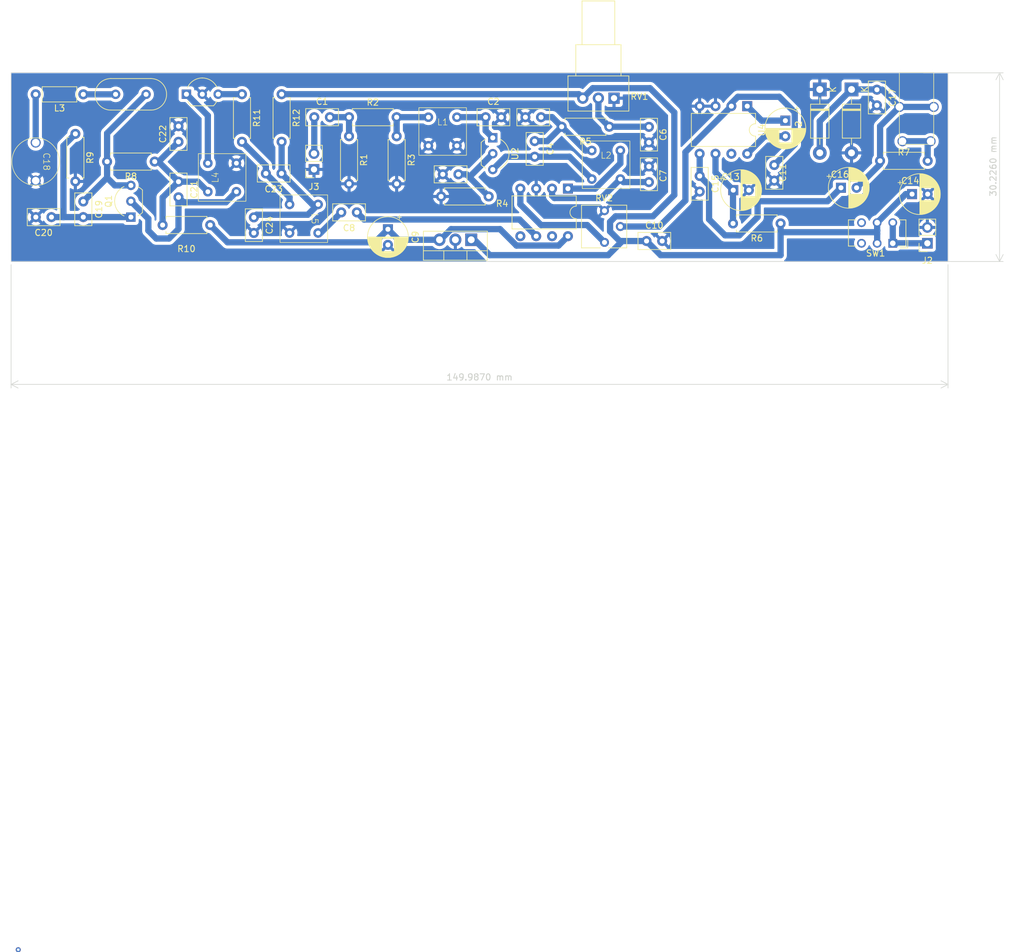
<source format=kicad_pcb>
(kicad_pcb (version 20221018) (generator pcbnew)
  (layers (0 "F.Cu" signal) (31 "B.Cu" signal) (34 "B.Paste" user) (35 "F.Paste" user) (36 "B.SilkS" user "B.Silkscreen") (37 "F.SilkS" user "F.Silkscreen") (38 "B.Mask" user) (39 "F.Mask" user) (44 "Edge.Cuts" user))
  (net 0 "")
  (net 1 "Net-(C1-Pad2)")
  (net 2 "Net-(U2-G)")
  (net 3 "GND")
  (net 4 "Net-(U2-S)")
  (net 5 "Net-(C4-Pad1)")
  (net 6 "Net-(U2-D)")
  (net 7 "Net-(C6-Pad1)")
  (net 8 "Net-(U1-IN_B)")
  (net 9 "Net-(U1-OSC_B)")
  (net 10 "Lo.")
  (net 11 "5v")
  (net 12 "Net-(U4--)")
  (net 13 "Net-(C12-Pad1)")
  (net 14 "Net-(C12-Pad2)")
  (net 15 "Net-(U4-V+)")
  (net 16 "9v")
  (net 17 "Net-(C15-Pad1)")
  (net 18 "Net-(D1-A)")
  (net 19 "Net-(C18-Pad1)")
  (net 20 "Net-(Q1-B)")
  (net 21 "Net-(Q1-E)")
  (net 22 "Net-(C21-Pad1)")
  (net 23 "Net-(Q1-C)")
  (net 24 "Net-(C23-Pad1)")
  (net 25 "Net-(C23-Pad2)")
  (net 26 "Net-(J1-Pad2)")
  (net 27 "Net-(L1-Pad2)")
  (net 28 "Net-(U1-IN_A)")
  (net 29 "Net-(L3-Pad1)")
  (net 30 "Net-(U5-G)")
  (net 31 "Net-(U5-D)")
  (net 32 "AF")
  (net 36 "Net-(J2-Pin_1)")
  (net 37 "Net-(J3-Pin_2)")
  (footprint "Capacitor_THT:C_Disc_D5.0mm_W2.5mm_P2.50mm" (layer "F.Cu") (at 133.096 51.542 90)
    (fp_text reference "C7" (at 0.996 2.286 90) (layer "F.SilkS"))
    (fp_text value "0.001u")
    (pad "1" thru_hole circle (at 0 0 90) (size 1.6 1.6) (drill 0.8) (layers "*.Cu" "*.Mask") (net 8 "Net-(U1-IN_B)"))
    (pad "2" thru_hole circle (at 2.5 0 90) (size 1.6 1.6) (drill 0.8) (layers "*.Cu" "*.Mask") (net 3 "GND"))
  )
  (footprint "Capacitor_THT:C_Disc_D5.0mm_W2.5mm_P2.50mm" (layer "F.Cu") (at 79.522 41.148)
    (fp_text reference "C1" (at 1.25 -2.5) (layer "F.SilkS"))
    (fp_text value "0.001u")
    (pad "1" thru_hole circle (at 0 0) (size 1.6 1.6) (drill 0.8) (layers "*.Cu" "*.Mask") (net 37 "Net-(J3-Pin_2)"))
    (pad "2" thru_hole circle (at 2.5 0) (size 1.6 1.6) (drill 0.8) (layers "*.Cu" "*.Mask") (net 1 "Net-(C1-Pad2)"))
  )
  (footprint "Library:FCZ" (layer "F.Cu") (at 63.5 50.8 90)
    (fp_text reference "L4" (at 0 0.175 90 unlocked) (layer "F.SilkS") (effects (font (thickness 0.1))))
    (fp_text value "07S50")
    (pad "1" thru_hole circle (at -2.286 3.556 90) (size 1.524 1.524) (drill 0.762) (layers "*.Cu" "*.Mask") (net 23 "Net-(Q1-C)"))
    (pad "2" thru_hole circle (at -2.286 -1.016 90) (size 1.524 1.524) (drill 0.762) (layers "*.Cu" "*.Mask") (net 22 "Net-(C21-Pad1)"))
    (pad "3" thru_hole circle (at 2.286 3.556 90) (size 1.524 1.524) (drill 0.762) (layers "*.Cu" "*.Mask") (net 3 "GND"))
    (pad "4" thru_hole circle (at 2.286 -1.016 90) (size 1.524 1.524) (drill 0.762) (layers "*.Cu" "*.Mask") (net 30 "Net-(U5-G)"))
  )
  (footprint "Library:FCZ" (layer "F.Cu") (at 79.121 57.404 -90)
    (fp_text reference "L5" (at 0 -0.484 -90 unlocked) (layer "F.SilkS") (effects (font (thickness 0.1))))
    (fp_text value "07S144")
    (pad "1" thru_hole circle (at -2.286 3.556 270) (size 1.524 1.524) (drill 0.762) (layers "*.Cu" "*.Mask") (net 25 "Net-(C23-Pad2)"))
    (pad "2" thru_hole circle (at -2.286 -1.016 270) (size 1.524 1.524) (drill 0.762) (layers "*.Cu" "*.Mask") (net 24 "Net-(C23-Pad1)"))
    (pad "3" thru_hole circle (at 2.286 3.556 270) (size 1.524 1.524) (drill 0.762) (layers "*.Cu" "*.Mask") (net 3 "GND"))
    (pad "4" thru_hole circle (at 2.286 -1.016 270) (size 1.524 1.524) (drill 0.762) (layers "*.Cu" "*.Mask") (net 10 "Lo."))
  )
  (footprint "Library:FCZ" (layer "F.Cu") (at 126.238 47.498)
    (fp_text reference "L2" (at 0 -0.23 unlocked) (layer "F.SilkS") (effects (font (thickness 0.1))))
    (fp_text value "07S144")
    (pad "1" thru_hole circle (at -2.286 3.556) (size 1.524 1.524) (drill 0.762) (layers "*.Cu" "*.Mask") (net 6 "Net-(U2-D)"))
    (pad "2" thru_hole circle (at -2.286 -1.016) (size 1.524 1.524) (drill 0.762) (layers "*.Cu" "*.Mask") (net 5 "Net-(C4-Pad1)"))
    (pad "3" thru_hole circle (at 2.286 3.556) (size 1.524 1.524) (drill 0.762) (layers "*.Cu" "*.Mask") (net 8 "Net-(U1-IN_B)"))
    (pad "4" thru_hole circle (at 2.286 -1.016) (size 1.524 1.524) (drill 0.762) (layers "*.Cu" "*.Mask") (net 28 "Net-(U1-IN_A)"))
  )
  (footprint "Diode_THT:D_DO-41_SOD81_P10.16mm_Horizontal" (layer "F.Cu") (at 160.448621 36.703 -90)
    (fp_text reference "D1" hide)
    (fp_text value "1S1588")
    (fp_text user "K" (at 0 -2.1 -270) (layer "F.SilkS"))
    (pad "1" thru_hole rect (at 0 0 270) (size 2.2 2.2) (drill 1.1) (layers "*.Cu" "*.Mask") (net 3 "GND"))
    (pad "2" thru_hole oval (at 10.16 0 270) (size 2.2 2.2) (drill 1.1) (layers "*.Cu" "*.Mask") (net 18 "Net-(D1-A)"))
  )
  (footprint "Resistor_THT:R_Axial_DIN0207_L6.3mm_D2.5mm_P7.62mm_Horizontal" (layer "F.Cu") (at 170.100621 48.133)
    (fp_text reference "R7" (at 3.81 -1.37) (layer "F.SilkS"))
    (fp_text value "R")
    (pad "1" thru_hole circle (at 0 0) (size 1.6 1.6) (drill 0.8) (layers "*.Cu" "*.Mask") (net 18 "Net-(D1-A)"))
    (pad "2" thru_hole oval (at 7.62 0) (size 1.6 1.6) (drill 0.8) (layers "*.Cu" "*.Mask") (net 26 "Net-(J1-Pad2)"))
  )
  (footprint "Resistor_THT:R_Axial_DIN0207_L6.3mm_D2.5mm_P7.62mm_Horizontal" (layer "F.Cu") (at 126.746 42.672 180)
    (fp_text reference "R5" (at 3.81 -2.37) (layer "F.SilkS"))
    (fp_text value "100")
    (pad "1" thru_hole circle (at 0 0 180) (size 1.6 1.6) (drill 0.8) (layers "*.Cu" "*.Mask") (net 7 "Net-(C6-Pad1)"))
    (pad "2" thru_hole oval (at 7.62 0 180) (size 1.6 1.6) (drill 0.8) (layers "*.Cu" "*.Mask") (net 5 "Net-(C4-Pad1)"))
  )
  (footprint "Resistor_THT:R_Axial_DIN0207_L6.3mm_D2.5mm_P7.62mm_Horizontal" (layer "F.Cu") (at 62.865 58.42 180)
    (fp_text reference "R10" (at 3.81 -3.81) (layer "F.SilkS"))
    (fp_text value "100")
    (pad "1" thru_hole circle (at 0 0 180) (size 1.6 1.6) (drill 0.8) (layers "*.Cu" "*.Mask") (net 11 "5v"))
    (pad "2" thru_hole oval (at 7.62 0 180) (size 1.6 1.6) (drill 0.8) (layers "*.Cu" "*.Mask") (net 22 "Net-(C21-Pad1)"))
  )
  (footprint "Potentiometer_THT:Potentiometer_Alps_RK09Y11_Single_Horizontal" (layer "F.Cu") (at 127.508 38.1 -90)
    (fp_text reference "RV1" (at -0.254 -4.064 -180) (layer "F.SilkS"))
    (fp_text value "5k")
    (pad "1" thru_hole rect (at 0 0 90) (size 1.8 1.8) (drill 1) (layers "*.Cu" "*.Mask") (net 3 "GND"))
    (pad "2" thru_hole circle (at 0 2.5 90) (size 1.8 1.8) (drill 1) (layers "*.Cu" "*.Mask") (net 7 "Net-(C6-Pad1)"))
    (pad "3" thru_hole circle (at 0 5 90) (size 1.8 1.8) (drill 1) (layers "*.Cu" "*.Mask") (net 16 "9v"))
  )
  (footprint "Library:FCZ" (layer "F.Cu") (at 100.076 42.164)
    (fp_text reference "L1" (at 0 -0.23 unlocked) (layer "F.SilkS") (effects (font (thickness 0.1))))
    (fp_text value "07S144")
    (pad "1" thru_hole circle (at -2.286 3.556) (size 1.524 1.524) (drill 0.762) (layers "*.Cu" "*.Mask") (net 3 "GND"))
    (pad "2" thru_hole circle (at -2.286 -1.016) (size 1.524 1.524) (drill 0.762) (layers "*.Cu" "*.Mask") (net 27 "Net-(L1-Pad2)"))
    (pad "3" thru_hole circle (at 2.286 3.556) (size 1.524 1.524) (drill 0.762) (layers "*.Cu" "*.Mask") (net 3 "GND"))
    (pad "4" thru_hole circle (at 2.286 -1.016) (size 1.524 1.524) (drill 0.762) (layers "*.Cu" "*.Mask") (net 2 "Net-(U2-G)"))
  )
  (footprint "Connector_PinSocket_2.54mm:PinSocket_1x02_P2.54mm_Vertical" (layer "F.Cu") (at 79.477 49.51 180)
    (fp_text reference "J3" (at 0 -2.77) (layer "F.SilkS"))
    (fp_text value "Conn_01x02_Socket" hide)
    (pad "1" thru_hole rect (at 0 0 180) (size 1.7 1.7) (drill 1) (layers "*.Cu" "*.Mask") (net 3 "GND"))
    (pad "2" thru_hole oval (at 0 2.54 180) (size 1.7 1.7) (drill 1) (layers "*.Cu" "*.Mask") (net 37 "Net-(J3-Pin_2)"))
  )
  (footprint "Capacitor_THT:CP_Radial_D6.3mm_P2.50mm" (layer "F.Cu") (at 91.313 59.095 -90)
    (fp_text reference "C9" (at 1.25 -4.4 -90) (layer "F.SilkS"))
    (fp_text value "47u")
    (pad "1" thru_hole rect (at 0 0 270) (size 1.6 1.6) (drill 0.8) (layers "*.Cu" "*.Mask") (net 11 "5v"))
    (pad "2" thru_hole circle (at 2.5 0 270) (size 1.6 1.6) (drill 0.8) (layers "*.Cu" "*.Mask") (net 3 "GND"))
  )
  (footprint "Package_TO_SOT_THT:TO-92_Inline_Wide" (layer "F.Cu") (at 59.055 37.465)
    (fp_text reference "U5" hide)
    (fp_text value "2SK439")
    (pad "1" thru_hole rect (at 0 0) (size 1.5 1.5) (drill 0.8) (layers "*.Cu" "*.Mask") (net 30 "Net-(U5-G)"))
    (pad "2" thru_hole circle (at 2.54 0) (size 1.5 1.5) (drill 0.8) (layers "*.Cu" "*.Mask") (net 3 "GND"))
    (pad "3" thru_hole circle (at 5.08 0) (size 1.5 1.5) (drill 0.8) (layers "*.Cu" "*.Mask") (net 31 "Net-(U5-D)"))
  )
  (footprint "Resistor_THT:R_Axial_DIN0207_L6.3mm_D2.5mm_P7.62mm_Horizontal" (layer "F.Cu") (at 67.945 37.465 -90)
    (fp_text reference "R11" (at 3.81 -2.37 90) (layer "F.SilkS"))
    (fp_text value "100")
    (pad "1" thru_hole circle (at 0 0 270) (size 1.6 1.6) (drill 0.8) (layers "*.Cu" "*.Mask") (net 31 "Net-(U5-D)"))
    (pad "2" thru_hole oval (at 7.62 0 270) (size 1.6 1.6) (drill 0.8) (layers "*.Cu" "*.Mask") (net 25 "Net-(C23-Pad2)"))
  )
  (footprint "Package_TO_SOT_THT:TO-92_Inline_Wide" (layer "F.Cu") (at 108.098 44.45 -90)
    (fp_text reference "U2" (at 2.54 -3.56 -90) (layer "F.SilkS"))
    (fp_text value "2SK439")
    (pad "1" thru_hole rect (at 0 0 270) (size 1.5 1.5) (drill 0.8) (layers "*.Cu" "*.Mask") (net 2 "Net-(U2-G)"))
    (pad "2" thru_hole circle (at 2.54 0 270) (size 1.5 1.5) (drill 0.8) (layers "*.Cu" "*.Mask") (net 4 "Net-(U2-S)"))
    (pad "3" thru_hole circle (at 5.08 0 270) (size 1.5 1.5) (drill 0.8) (layers "*.Cu" "*.Mask") (net 6 "Net-(U2-D)"))
  )
  (footprint "Resistor_THT:R_Axial_DIN0207_L6.3mm_D2.5mm_P7.62mm_Horizontal" (layer "F.Cu") (at 92.71 44.196 -90)
    (fp_text reference "R3" (at 3.81 -2.37 90) (layer "F.SilkS"))
    (fp_text value "300")
    (pad "1" thru_hole circle (at 0 0 270) (size 1.6 1.6) (drill 0.8) (layers "*.Cu" "*.Mask") (net 27 "Net-(L1-Pad2)"))
    (pad "2" thru_hole oval (at 7.62 0 270) (size 1.6 1.6) (drill 0.8) (layers "*.Cu" "*.Mask") (net 3 "GND"))
  )
  (footprint "Capacitor_THT:C_Disc_D5.0mm_W2.5mm_P2.50mm" (layer "F.Cu") (at 133.096 42.692 -90)
    (fp_text reference "C6" (at 1.25 -2.286 90) (layer "F.SilkS"))
    (fp_text value "0.001u")
    (pad "1" thru_hole circle (at 0 0 270) (size 1.6 1.6) (drill 0.8) (layers "*.Cu" "*.Mask") (net 7 "Net-(C6-Pad1)"))
    (pad "2" thru_hole circle (at 2.5 0 270) (size 1.6 1.6) (drill 0.8) (layers "*.Cu" "*.Mask") (net 3 "GND"))
  )
  (footprint "Capacitor_THT:CP_Radial_D6.3mm_P2.50mm" (layer "F.Cu") (at 154.94 41.696 -90)
    (fp_text reference "C12" (at 1.49 -2.131 90) (layer "F.SilkS"))
    (fp_text value "10u")
    (pad "1" thru_hole rect (at 0 0 270) (size 1.6 1.6) (drill 0.8) (layers "*.Cu" "*.Mask") (net 13 "Net-(C12-Pad1)"))
    (pad "2" thru_hole circle (at 2.5 0 270) (size 1.6 1.6) (drill 0.8) (layers "*.Cu" "*.Mask") (net 14 "Net-(C12-Pad2)"))
  )
  (footprint "Capacitor_THT:CP_Radial_D6.3mm_P2.50mm" (layer "F.Cu") (at 146.598 52.832)
    (fp_text reference "C13" (at -0.421 -2.131) (layer "F.SilkS"))
    (fp_text value "100u")
    (pad "1" thru_hole rect (at 0 0) (size 1.6 1.6) (drill 0.8) (layers "*.Cu" "*.Mask") (net 15 "Net-(U4-V+)"))
    (pad "2" thru_hole circle (at 2.5 0) (size 1.6 1.6) (drill 0.8) (layers "*.Cu" "*.Mask") (net 3 "GND"))
  )
  (footprint "Resistor_THT:R_Axial_DIN0207_L6.3mm_D2.5mm_P7.62mm_Horizontal" (layer "F.Cu") (at 74.295 37.465 -90)
    (fp_text reference "R12" (at 3.81 -2.37 90) (layer "F.SilkS"))
    (fp_text value "100")
    (pad "1" thru_hole circle (at 0 0 270) (size 1.6 1.6) (drill 0.8) (layers "*.Cu" "*.Mask") (net 16 "9v"))
    (pad "2" thru_hole oval (at 7.62 0 270) (size 1.6 1.6) (drill 0.8) (layers "*.Cu" "*.Mask") (net 24 "Net-(C23-Pad1)"))
  )
  (footprint "Inductor_THT:L_Axial_L5.3mm_D2.2mm_P7.62mm_Horizontal_Vishay_IM-1" (layer "F.Cu") (at 42.545 37.485 180)
    (fp_text reference "L3" (at 3.81 -2.22) (layer "F.SilkS"))
    (fp_text value "10uH")
    (pad "1" thru_hole circle (at 0 0 180) (size 1.6 1.6) (drill 0.8) (layers "*.Cu" "*.Mask") (net 29 "Net-(L3-Pad1)"))
    (pad "2" thru_hole oval (at 7.62 0 180) (size 1.6 1.6) (drill 0.8) (layers "*.Cu" "*.Mask") (net 19 "Net-(C18-Pad1)"))
  )
  (footprint "Capacitor_THT:CP_Radial_D6.3mm_P2.50mm" (layer "F.Cu") (at 175.220621 53.467)
    (fp_text reference "C14" (at -0.294 -2.131) (layer "F.SilkS"))
    (fp_text value "470u")
    (pad "1" thru_hole rect (at 0 0) (size 1.6 1.6) (drill 0.8) (layers "*.Cu" "*.Mask") (net 16 "9v"))
    (pad "2" thru_hole circle (at 2.5 0) (size 1.6 1.6) (drill 0.8) (layers "*.Cu" "*.Mask") (net 3 "GND"))
  )
  (footprint "Package_TO_SOT_THT:TO-92_Inline_Wide" (layer "F.Cu") (at 50.165 57.15 90)
    (fp_text reference "Q1" (at 2.54 -3.56 90) (layer "F.SilkS"))
    (fp_text value "2SC1906")
    (pad "1" thru_hole rect (at 0 0 90) (size 1.5 1.5) (drill 0.8) (layers "*.Cu" "*.Mask") (net 21 "Net-(Q1-E)"))
    (pad "2" thru_hole circle (at 2.54 0 90) (size 1.5 1.5) (drill 0.8) (layers "*.Cu" "*.Mask") (net 23 "Net-(Q1-C)"))
    (pad "3" thru_hole circle (at 5.08 0 90) (size 1.5 1.5) (drill 0.8) (layers "*.Cu" "*.Mask") (net 20 "Net-(Q1-B)"))
  )
  (footprint "Capacitor_THT:C_Disc_D5.0mm_W2.5mm_P2.50mm" (layer "F.Cu") (at 132.715 60.98)
    (fp_text reference "C10" (at 1.25 -2.5) (layer "F.SilkS"))
    (fp_text value "0.1u")
    (pad "1" thru_hole circle (at 0 0) (size 1.6 1.6) (drill 0.8) (layers "*.Cu" "*.Mask") (net 16 "9v"))
    (pad "2" thru_hole circle (at 2.5 0) (size 1.6 1.6) (drill 0.8) (layers "*.Cu" "*.Mask") (net 3 "GND"))
  )
  (footprint "Resistor_THT:R_Axial_DIN0207_L6.3mm_D2.5mm_P7.62mm_Horizontal" (layer "F.Cu") (at 85.09 44.196 -90)
    (fp_text reference "R1" (at 3.81 -2.37 90) (layer "F.SilkS"))
    (fp_text value "300")
    (pad "1" thru_hole circle (at 0 0 270) (size 1.6 1.6) (drill 0.8) (layers "*.Cu" "*.Mask") (net 1 "Net-(C1-Pad2)"))
    (pad "2" thru_hole oval (at 7.62 0 270) (size 1.6 1.6) (drill 0.8) (layers "*.Cu" "*.Mask") (net 3 "GND"))
  )
  (footprint "Library:2.5jack" (layer "F.Cu") (at 175.688621 39.751)
    (fp_text reference "J1" hide)
    (fp_text value "Jack-DC")
    (pad "1" thru_hole circle (at -2.5 -0.25) (size 1.6 1.6) (drill 1.2) (layers "*.Cu" "*.Mask") (net 18 "Net-(D1-A)"))
    (pad "1" thru_hole circle (at 3 -0.25) (size 1.6 1.6) (drill 1.2) (layers "*.Cu" "*.Mask") (net 18 "Net-(D1-A)"))
    (pad "2" thru_hole circle (at -2 5.25) (size 1.6 1.6) (drill 1.2) (layers "*.Cu" "*.Mask") (net 26 "Net-(J1-Pad2)"))
    (pad "2" thru_hole circle (at 2.5 5.25) (size 1.6 1.6) (drill 1.2) (layers "*.Cu" "*.Mask") (net 26 "Net-(J1-Pad2)"))
  )
  (footprint "Resistor_THT:R_Axial_DIN0207_L6.3mm_D2.5mm_P7.62mm_Horizontal" (layer "F.Cu") (at 85.09 41.148)
    (fp_text reference "R2" (at 3.81 -2.37) (layer "F.SilkS"))
    (fp_text value "18")
    (pad "1" thru_hole circle (at 0 0) (size 1.6 1.6) (drill 0.8) (layers "*.Cu" "*.Mask") (net 1 "Net-(C1-Pad2)"))
    (pad "2" thru_hole oval (at 7.62 0) (size 1.6 1.6) (drill 0.8) (layers "*.Cu" "*.Mask") (net 27 "Net-(L1-Pad2)"))
  )
  (footprint "Package_DIP:DIP-8_W7.62mm" (layer "F.Cu") (at 148.834 39.38 -90)
    (fp_text reference "U4" (at 3.81 -2.33 90) (layer "F.SilkS"))
    (fp_text value "LM386")
    (pad "1" thru_hole rect (at 0 0 270) (size 1.6 1.6) (drill 0.8) (layers "*.Cu" "*.Mask") (net 13 "Net-(C12-Pad1)"))
    (pad "2" thru_hole oval (at 0 2.54 270) (size 1.6 1.6) (drill 0.8) (layers "*.Cu" "*.Mask") (net 12 "Net-(U4--)"))
    (pad "3" thru_hole oval (at 0 5.08 270) (size 1.6 1.6) (drill 0.8) (layers "*.Cu" "*.Mask") (net 3 "GND"))
    (pad "4" thru_hole oval (at 0 7.62 270) (size 1.6 1.6) (drill 0.8) (layers "*.Cu" "*.Mask") (net 3 "GND"))
    (pad "5" thru_hole oval (at 7.62 7.62 270) (size 1.6 1.6) (drill 0.8) (layers "*.Cu" "*.Mask") (net 17 "Net-(C15-Pad1)"))
    (pad "6" thru_hole oval (at 7.62 5.08 270) (size 1.6 1.6) (drill 0.8) (layers "*.Cu" "*.Mask") (net 15 "Net-(U4-V+)"))
    (pad "7" thru_hole oval (at 7.62 2.54 270) (size 1.6 1.6) (drill 0.8) (layers "*.Cu" "*.Mask"))
    (pad "8" thru_hole oval (at 7.62 0 270) (size 1.6 1.6) (drill 0.8) (layers "*.Cu" "*.Mask") (net 14 "Net-(C12-Pad2)"))
  )
  (footprint "Capacitor_THT:C_Disc_D5.0mm_W2.5mm_P2.50mm" (layer "F.Cu") (at 153.162 48.808 -90)
    (fp_text reference "C11" (at 1.25 -1.37 90) (layer "F.SilkS"))
    (fp_text value "0.01u")
    (pad "1" thru_hole circle (at 0 0 270) (size 1.6 1.6) (drill 0.8) (layers "*.Cu" "*.Mask") (net 12 "Net-(U4--)"))
    (pad "2" thru_hole circle (at 2.5 0 270) (size 1.6 1.6) (drill 0.8) (layers "*.Cu" "*.Mask") (net 3 "GND"))
  )
  (footprint "Diode_THT:D_DO-41_SOD81_P10.16mm_Horizontal" (layer "F.Cu") (at 165.528621 36.703 -90)
    (fp_text reference "D2" hide)
    (fp_text value "1S1588")
    (fp_text user "K" (at 0 -2.1 -270) (layer "F.SilkS"))
    (pad "1" thru_hole rect (at 0 0 270) (size 2.2 2.2) (drill 1.1) (layers "*.Cu" "*.Mask") (net 18 "Net-(D1-A)"))
    (pad "2" thru_hole oval (at 10.16 0 270) (size 2.2 2.2) (drill 1.1) (layers "*.Cu" "*.Mask") (net 3 "GND"))
  )
  (footprint "Crystal:Crystal_HC49-4H_Vertical" (layer "F.Cu") (at 47.715 37.485)
    (fp_text reference "Y1" hide)
    (fp_text value "16MHz")
    (pad "1" thru_hole circle (at 0 0) (size 1.5 1.5) (drill 0.8) (layers "*.Cu" "*.Mask") (net 29 "Net-(L3-Pad1)"))
    (pad "2" thru_hole circle (at 4.88 0) (size 1.5 1.5) (drill 0.8) (layers "*.Cu" "*.Mask") (net 20 "Net-(Q1-B)"))
  )
  (footprint "Button_Switch_THT:SW_CuK_JS202011CQN_DPDT_Straight" (layer "F.Cu") (at 172.132621 61.341 180)
    (fp_text reference "SW1" (at 2.75 -1.6) (layer "F.SilkS"))
    (fp_text value "SW_SPST" hide)
    (pad "" thru_hole circle (at 5 0 180) (size 1.4 1.4) (drill 0.9) (layers "*.Cu" "*.Mask"))
    (pad "" thru_hole circle (at 5 3.3 180) (size 1.4 1.4) (drill 0.9) (layers "*.Cu" "*.Mask"))
    (pad "1" thru_hole rect (at 0 0 180) (size 1.4 1.4) (drill 0.9) (layers "*.Cu" "*.Mask") (net 36 "Net-(J2-Pin_1)"))
    (pad "1" thru_hole circle (at 0 3.3 180) (size 1.4 1.4) (drill 0.9) (layers "*.Cu" "*.Mask") (net 36 "Net-(J2-Pin_1)"))
    (pad "2" thru_hole circle (at 2.5 0 180) (size 1.4 1.4) (drill 0.9) (layers "*.Cu" "*.Mask") (net 16 "9v"))
    (pad "2" thru_hole circle (at 2.5 3.3 180) (size 1.4 1.4) (drill 0.9) (layers "*.Cu" "*.Mask") (net 16 "9v"))
  )
  (footprint "Resistor_THT:R_Axial_DIN0207_L6.3mm_D2.5mm_P7.62mm_Horizontal" (layer "F.Cu") (at 154.178 58.166 180)
    (fp_text reference "R6" (at 3.81 -2.37) (layer "F.SilkS"))
    (fp_text value "100" hide)
    (pad "1" thru_hole circle (at 0 0 180) (size 1.6 1.6) (drill 0.8) (layers "*.Cu" "*.Mask") (net 16 "9v"))
    (pad "2" thru_hole oval (at 7.62 0 180) (size 1.6 1.6) (drill 0.8) (layers "*.Cu" "*.Mask") (net 15 "Net-(U4-V+)"))
  )
  (footprint "Package_TO_SOT_THT:TO-220-3_Vertical" (layer "F.Cu") (at 104.648 60.777 180)
    (fp_text reference "U3" hide)
    (fp_text value "L7805")
    (pad "1" thru_hole rect (at 0 0 180) (size 1.905 2) (drill 1.1) (layers "*.Cu" "*.Mask") (net 16 "9v"))
    (pad "2" thru_hole oval (at 2.54 0 180) (size 1.905 2) (drill 1.1) (layers "*.Cu" "*.Mask") (net 3 "GND"))
    (pad "3" thru_hole oval (at 5.08 0 180) (size 1.905 2) (drill 1.1) (layers "*.Cu" "*.Mask") (net 11 "5v"))
  )
  (footprint "Capacitor_THT:C_Disc_D5.0mm_W2.5mm_P2.50mm" (layer "F.Cu") (at 102.596 50.292 180)
    (fp_text reference "C3" hide)
    (fp_text value "0.001u")
    (pad "1" thru_hole circle (at 0 0 180) (size 1.6 1.6) (drill 0.8) (layers "*.Cu" "*.Mask") (net 4 "Net-(U2-S)"))
    (pad "2" thru_hole circle (at 2.5 0 180) (size 1.6 1.6) (drill 0.8) (layers "*.Cu" "*.Mask") (net 3 "GND"))
  )
  (footprint "Capacitor_THT:C_Disc_D5.0mm_W2.5mm_P2.50mm" (layer "F.Cu") (at 57.785 51.475 -90)
    (fp_text reference "C21" (at 1.25 -2.5 90) (layer "F.SilkS"))
    (fp_text value "15u")
    (pad "1" thru_hole circle (at 0 0 270) (size 1.6 1.6) (drill 0.8) (layers "*.Cu" "*.Mask") (net 22 "Net-(C21-Pad1)"))
    (pad "2" thru_hole circle (at 2.5 0 270) (size 1.6 1.6) (drill 0.8) (layers "*.Cu" "*.Mask") (net 23 "Net-(Q1-C)"))
  )
  (footprint "Capacitor_THT:C_Disc_D5.0mm_W2.5mm_P2.50mm" (layer "F.Cu") (at 57.785 45.085 90)
    (fp_text reference "C22" (at 1.25 -2.5 90) (layer "F.SilkS"))
    (fp_text value "0.01u")
    (pad "1" thru_hole circle (at 0 0 90) (size 1.6 1.6) (drill 0.8) (layers "*.Cu" "*.Mask") (net 22 "Net-(C21-Pad1)"))
    (pad "2" thru_hole circle (at 2.5 0 90) (size 1.6 1.6) (drill 0.8) (layers "*.Cu" "*.Mask") (net 3 "GND"))
  )
  (footprint "Potentiometer_THT:Potentiometer_Vishay_T73YP_Vertical" (layer "F.Cu") (at 125.984 61.199)
    (fp_text reference "RV2" (at -0.06 -7.09) (layer "F.SilkS"))
    (fp_text value "10k")
    (pad "1" thru_hole circle (at 0 0) (size 1.44 1.44) (drill 0.8) (layers "*.Cu" "*.Mask") (net 32 "AF"))
    (pad "2" thru_hole circle (at 2.54 -2.54) (size 1.44 1.44) (drill 0.8) (layers "*.Cu" "*.Mask") (net 12 "Net-(U4--)"))
    (pad "3" thru_hole circle (at 0 -5.08) (size 1.44 1.44) (drill 0.8) (layers "*.Cu" "*.Mask") (net 3 "GND"))
  )
  (footprint "Capacitor_THT:C_Disc_D5.0mm_W2.5mm_P2.50mm" (layer "F.Cu") (at 113.324 41.148)
    (fp_text reference "C5" hide)
    (fp_text value "0.001u")
    (pad "1" thru_hole circle (at 0 0) (size 1.6 1.6) (drill 0.8) (layers "*.Cu" "*.Mask") (net 3 "GND"))
    (pad "2" thru_hole circle (at 2.5 0) (size 1.6 1.6) (drill 0.8) (layers "*.Cu" "*.Mask") (net 5 "Net-(C4-Pad1)"))
  )
  (footprint "Capacitor_THT:C_Disc_D5.0mm_W2.5mm_P2.50mm" (layer "F.Cu") (at 42.545 54.65 -90)
    (fp_text reference "C19" (at 1.25 -2.5 90) (layer "F.SilkS"))
    (fp_text value "100u")
    (pad "1" thru_hole circle (at 0 0 270) (size 1.6 1.6) (drill 0.8) (layers "*.Cu" "*.Mask") (net 20 "Net-(Q1-B)"))
    (pad "2" thru_hole circle (at 2.5 0 270) (size 1.6 1.6) (drill 0.8) (layers "*.Cu" "*.Mask") (net 21 "Net-(Q1-E)"))
  )
  (footprint "Capacitor_THT:C_Disc_D5.0mm_W2.5mm_P2.50mm" (layer "F.Cu") (at 114.808 44.978 -90)
    (fp_text reference "C4" (at 1.25 -2.5 -270) (layer "F.SilkS"))
    (fp_text value "5")
    (pad "1" thru_hole circle (at 0 0 270) (size 1.6 1.6) (drill 0.8) (layers "*.Cu" "*.Mask") (net 5 "Net-(C4-Pad1)"))
    (pad "2" thru_hole circle (at 2.5 0 270) (size 1.6 1.6) (drill 0.8) (layers "*.Cu" "*.Mask") (net 6 "Net-(U2-D)"))
  )
  (footprint "Connector_PinSocket_2.54mm:PinSocket_1x02_P2.54mm_Vertical" (layer "F.Cu") (at 177.673 61.341 180)
    (fp_text reference "J2" (at 0 -2.77) (layer "F.SilkS"))
    (fp_text value "Conn_01x02_Socket" hide)
    (pad "1" thru_hole rect (at 0 0 180) (size 1.7 1.7) (drill 1) (layers "*.Cu" "*.Mask") (net 36 "Net-(J2-Pin_1)"))
    (pad "2" thru_hole oval (at 0 2.54 180) (size 1.7 1.7) (drill 1) (layers "*.Cu" "*.Mask") (net 3 "GND"))
  )
  (footprint "Capacitor_THT:C_Disc_D5.0mm_W2.5mm_P2.50mm" (layer "F.Cu") (at 106.954 41.148)
    (fp_text reference "C2" (at 1.25 -2.5) (layer "F.SilkS"))
    (fp_text value "3u")
    (pad "1" thru_hole circle (at 0 0) (size 1.6 1.6) (drill 0.8) (layers "*.Cu" "*.Mask") (net 2 "Net-(U2-G)"))
    (pad "2" thru_hole circle (at 2.5 0) (size 1.6 1.6) (drill 0.8) (layers "*.Cu" "*.Mask") (net 3 "GND"))
  )
  (footprint "Capacitor_THT:CP_Radial_D6.3mm_P2.50mm" (layer "F.Cu") (at 163.838242 52.451)
    (fp_text reference "C16" (at -0.167 -2.131) (layer "F.SilkS"))
    (fp_text value "100u")
    (pad "1" thru_hole rect (at 0 0) (size 1.6 1.6) (drill 0.8) (layers "*.Cu" "*.Mask") (net 17 "Net-(C15-Pad1)"))
    (pad "2" thru_hole circle (at 2.5 0) (size 1.6 1.6) (drill 0.8) (layers "*.Cu" "*.Mask") (net 18 "Net-(D1-A)"))
  )
  (footprint "Capacitor_THT:C_Disc_D5.0mm_W2.5mm_P2.50mm" (layer "F.Cu") (at 74.275 50.165 180)
    (fp_text reference "C23" (at 1.25 -2.5) (layer "F.SilkS"))
    (fp_text value "5u")
    (pad "1" thru_hole circle (at 0 0 180) (size 1.6 1.6) (drill 0.8) (layers "*.Cu" "*.Mask") (net 24 "Net-(C23-Pad1)"))
    (pad "2" thru_hole circle (at 2.5 0 180) (size 1.6 1.6) (drill 0.8) (layers "*.Cu" "*.Mask") (net 25 "Net-(C23-Pad2)"))
  )
  (footprint "Resistor_THT:R_Axial_DIN0207_L6.3mm_D2.5mm_P7.62mm_Horizontal" (layer "F.Cu") (at 41.275 43.815 -90)
    (fp_text reference "R9" (at 3.81 -2.37 90) (layer "F.SilkS"))
    (fp_text value "1k")
    (pad "1" thru_hole circle (at 0 0 270) (size 1.6 1.6) (drill 0.8) (layers "*.Cu" "*.Mask") (net 21 "Net-(Q1-E)"))
    (pad "2" thru_hole oval (at 7.62 0 270) (size 1.6 1.6) (drill 0.8) (layers "*.Cu" "*.Mask") (net 3 "GND"))
  )
  (footprint "Package_DIP:DIP-8_W7.62mm" (layer "F.Cu") (at 120.132 52.588 -90)
    (fp_text reference "U1" hide)
    (fp_text value "NE612")
    (pad "1" thru_hole rect (at 0 0 270) (size 1.6 1.6) (drill 0.8) (layers "*.Cu" "*.Mask") (net 28 "Net-(U1-IN_A)"))
    (pad "2" thru_hole oval (at 0 2.54 270) (size 1.6 1.6) (drill 0.8) (layers "*.Cu" "*.Mask") (net 8 "Net-(U1-IN_B)"))
    (pad "3" thru_hole oval (at 0 5.08 270) (size 1.6 1.6) (drill 0.8) (layers "*.Cu" "*.Mask") (net 3 "GND"))
    (pad "4" thru_hole oval (at 0 7.62 270) (size 1.6 1.6) (drill 0.8) (layers "*.Cu" "*.Mask") (net 32 "AF"))
    (pad "5" thru_hole oval (at 7.62 7.62 270) (size 1.6 1.6) (drill 0.8) (layers "*.Cu" "*.Mask"))
    (pad "6" thru_hole oval (at 7.62 5.08 270) (size 1.6 1.6) (drill 0.8) (layers "*.Cu" "*.Mask") (net 9 "Net-(U1-OSC_B)"))
    (pad "7" thru_hole oval (at 7.62 2.54 270) (size 1.6 1.6) (drill 0.8) (layers "*.Cu" "*.Mask"))
    (pad "8" thru_hole oval (at 7.62 0 270) (size 1.6 1.6) (drill 0.8) (layers "*.Cu" "*.Mask") (net 11 "5v"))
  )
  (footprint "Resistor_THT:R_Axial_DIN0207_L6.3mm_D2.5mm_P7.62mm_Horizontal" (layer "F.Cu") (at 107.442 53.848 180)
    (fp_text reference "R4" (at -2.159 -1.143) (layer "F.SilkS"))
    (fp_text value "100")
    (pad "1" thru_hole circle (at 0 0 180) (size 1.6 1.6) (drill 0.8) (layers "*.Cu" "*.Mask") (net 4 "Net-(U2-S)"))
    (pad "2" thru_hole oval (at 7.62 0 180) (size 1.6 1.6) (drill 0.8) (layers "*.Cu" "*.Mask") (net 3 "GND"))
  )
  (footprint "Capacitor_THT:C_Disc_D5.0mm_W2.5mm_P2.50mm" (layer "F.Cu") (at 37.445 57.15 180)
    (fp_text reference "C20" (at 1.25 -2.5) (layer "F.SilkS"))
    (fp_text value "150u")
    (pad "1" thru_hole circle (at 0 0 180) (size 1.6 1.6) (drill 0.8) (layers "*.Cu" "*.Mask") (net 21 "Net-(Q1-E)"))
    (pad "2" thru_hole circle (at 2.5 0 180) (size 1.6 1.6) (drill 0.8) (layers "*.Cu" "*.Mask") (net 3 "GND"))
  )
  (footprint "Capacitor_THT:C_Disc_D5.0mm_W2.5mm_P2.50mm" (layer "F.Cu") (at 141.224 50.566 -90)
    (fp_text reference "C15" (at 1.25 -2.5 -270) (layer "F.SilkS"))
    (fp_text value "0.1u")
    (pad "1" thru_hole circle (at 0 0 270) (size 1.6 1.6) (drill 0.8) (layers "*.Cu" "*.Mask") (net 17 "Net-(C15-Pad1)"))
    (pad "2" thru_hole circle (at 2.5 0 270) (size 1.6 1.6) (drill 0.8) (layers "*.Cu" "*.Mask") (net 3 "GND"))
  )
  (footprint "Capacitor_THT:C_Disc_D5.0mm_W2.5mm_P2.50mm" (layer "F.Cu") (at 69.85 57.19 -90)
    (fp_text reference "C24" (at 1.25 -2.5 90) (layer "F.SilkS"))
    (fp_text value "0.001u")
    (pad "1" thru_hole circle (at 0 0 270) (size 1.6 1.6) (drill 0.8) (layers "*.Cu" "*.Mask") (net 24 "Net-(C23-Pad1)"))
    (pad "2" thru_hole circle (at 2.5 0 270) (size 1.6 1.6) (drill 0.8) (layers "*.Cu" "*.Mask") (net 3 "GND"))
  )
  (footprint "Capacitor_THT:C_Disc_D5.0mm_W2.5mm_P2.50mm" (layer "F.Cu") (at 169.592621 36.743 -90)
    (fp_text reference "C17" (at 1.25 -2.5 -270) (layer "F.SilkS"))
    (fp_text value "0.001u")
    (pad "1" thru_hole circle (at 0 0 270) (size 1.6 1.6) (drill 0.8) (layers "*.Cu" "*.Mask") (net 18 "Net-(D1-A)"))
    (pad "2" thru_hole circle (at 2.5 0 270) (size 1.6 1.6) (drill 0.8) (layers "*.Cu" "*.Mask") (net 3 "GND"))
  )
  (footprint "Capacitor_THT:C_Disc_D5.0mm_W2.5mm_P2.50mm" (layer "F.Cu") (at 86.34 56.388 180)
    (fp_text reference "C8" (at 1.25 -2.5) (layer "F.SilkS"))
    (fp_text value "0.001u")
    (pad "1" thru_hole circle (at 0 0 180) (size 1.6 1.6) (drill 0.8) (layers "*.Cu" "*.Mask") (net 9 "Net-(U1-OSC_B)"))
    (pad "2" thru_hole circle (at 2.5 0 180) (size 1.6 1.6) (drill 0.8) (layers "*.Cu" "*.Mask") (net 10 "Lo."))
  )
  (footprint "Library:c_trim" (layer "F.Cu") (at 34.925 48.26 -90)
    (fp_text reference "C18" (at 0 -1.73 -90 unlocked) (layer "F.SilkS") (effects (font (thickness 0.1))))
    (fp_text value "30p")
    (pad "1" thru_hole circle (at -3.048 0 270) (size 1.6 1.6) (drill 1.2) (layers "*.Cu" "*.Mask") (net 19 "Net-(C18-Pad1)"))
    (pad "2" thru_hole circle (at 3.048 0 270) (size 1.6 1.6) (drill 1.2) (layers "*.Cu" "*.Mask") (net 3 "GND"))
  )
  (footprint "Resistor_THT:R_Axial_DIN0207_L6.3mm_D2.5mm_P7.62mm_Horizontal" (layer "F.Cu") (at 53.975 48.26 180)
    (fp_text reference "R8" (at 3.81 -2.37) (layer "F.SilkS"))
    (fp_text value "100k")
    (pad "1" thru_hole circle (at 0 0 180) (size 1.6 1.6) (drill 0.8) (layers "*.Cu" "*.Mask") (net 22 "Net-(C21-Pad1)"))
    (pad "2" thru_hole oval (at 7.62 0 180) (size 1.6 1.6) (drill 0.8) (layers "*.Cu" "*.Mask") (net 20 "Net-(Q1-B)"))
  )
  (gr_rect (start 30.988 34.036) (end 180.975 64.262) (stroke (width 0.1)) (fill none) (layer "Edge.Cuts"))
  (dimension (type aligned) (layer "Edge.Cuts") (pts (xy 180.975 64.262) (xy 30.988 64.262)) (height -19.685) (gr_text "149.9870 mm" (at 105.9815 82.797) (layer "Edge.Cuts") (effects (font (size 1 1) (thickness 0.15)))) (format (prefix "") (suffix "") (units 3) (units_format 1) (precision 4)) (style (thickness 0.1) (arrow_length 1.27) (text_position_mode 0) (extension_height 0.58642) (extension_offset 0.5) keep_text_aligned))
  (dimension (type aligned) (layer "Edge.Cuts") (pts (xy 176.53 34.036) (xy 176.53 64.262)) (height -12.7) (gr_text "30.2260 mm" (at 188.214 49.022 90) (layer "Edge.Cuts") (effects (font (size 1 1) (thickness 0.15)))) (format (prefix "") (suffix "") (units 3) (units_format 1) (precision 4)) (style (thickness 0.1) (arrow_length 1.27) (text_position_mode 2) (extension_height 0.58642) (extension_offset 0.5) keep_text_aligned))
  (via (at 32.131 174.498) (size 0.8) (drill 0.4) (layers "F.Cu" "B.Cu") (net 0))
  (segment (start 82.022 41.148) (end 85.09 41.148) (width 1) (layer "B.Cu") (net 1))
  (segment (start 85.09 41.148) (end 85.09 44.196) (width 1) (layer "B.Cu") (net 1))
  (segment (start 106.954 43.306) (end 108.098 44.45) (width 1) (layer "B.Cu") (net 2))
  (segment (start 106.954 41.148) (end 106.954 43.306) (width 1) (layer "B.Cu") (net 2))
  (segment (start 102.362 41.148) (end 106.954 41.148) (width 1) (layer "B.Cu") (net 2))
  (segment (start 103.886 50.292) (end 104.394 50.8) (width 1) (layer "B.Cu") (net 4))
  (segment (start 104.394 50.694) (end 104.394 50.8) (width 1) (layer "B.Cu") (net 4))
  (segment (start 104.394 50.8) (end 107.442 53.848) (width 1) (layer "B.Cu") (net 4))
  (segment (start 108.098 46.99) (end 104.394 50.694) (width 1) (layer "B.Cu") (net 4))
  (segment (start 102.596 50.292) (end 103.886 50.292) (width 1) (layer "B.Cu") (net 4))
  (segment (start 115.824 41.148) (end 117.602 41.148) (width 1) (layer "B.Cu") (net 5))
  (segment (start 123.952 46.482) (end 122.936 46.482) (width 1) (layer "B.Cu") (net 5))
  (segment (start 117.602 41.148) (end 119.126 42.672) (width 1) (layer "B.Cu") (net 5))
  (segment (start 116.82 44.978) (end 119.126 42.672) (width 1) (layer "B.Cu") (net 5))
  (segment (start 114.808 44.978) (end 116.82 44.978) (width 1) (layer "B.Cu") (net 5))
  (segment (start 122.936 46.482) (end 119.126 42.672) (width 1) (layer "B.Cu") (net 5))
  (segment (start 110.15 47.478) (end 108.098 49.53) (width 1) (layer "B.Cu") (net 6))
  (segment (start 114.808 47.478) (end 110.15 47.478) (width 1) (layer "B.Cu") (net 6))
  (segment (start 123.952 51.054) (end 120.376 47.478) (width 1) (layer "B.Cu") (net 6))
  (segment (start 120.376 47.478) (end 114.808 47.478) (width 1) (layer "B.Cu") (net 6))
  (segment (start 125.008 38.1) (end 125.008 40.934) (width 1) (layer "B.Cu") (net 7))
  (segment (start 133.076 42.672) (end 133.096 42.692) (width 1) (layer "B.Cu") (net 7))
  (segment (start 125.008 40.934) (end 126.746 42.672) (width 1) (layer "B.Cu") (net 7))
  (segment (start 126.746 42.672) (end 133.076 42.672) (width 1) (layer "B.Cu") (net 7))
  (segment (start 129.012 51.542) (end 128.524 51.054) (width 1) (layer "B.Cu") (net 8))
  (segment (start 133.096 51.542) (end 129.012 51.542) (width 1) (layer "B.Cu") (net 8))
  (segment (start 117.592 52.588) (end 117.592 53.71937) (width 1) (layer "B.Cu") (net 8))
  (segment (start 125.49 54.088) (end 128.524 51.054) (width 1) (layer "B.Cu") (net 8))
  (segment (start 117.592 53.71937) (end 117.96063 54.088) (width 1) (layer "B.Cu") (net 8))
  (segment (start 117.96063 54.088) (end 125.49 54.088) (width 1) (layer "B.Cu") (net 8))
  (segment (start 112.375 57.531) (end 115.052 60.208) (width 1) (layer "B.Cu") (net 9))
  (segment (start 87.483 57.531) (end 112.375 57.531) (width 1) (layer "B.Cu") (net 9))
  (segment (start 86.34 56.388) (end 87.483 57.531) (width 1) (layer "B.Cu") (net 9))
  (segment (start 80.137 59.69) (end 80.538 59.69) (width 1) (layer "B.Cu") (net 10))
  (segment (start 80.538 59.69) (end 83.84 56.388) (width 1) (layer "B.Cu") (net 10))
  (segment (start 111.890679 61.708) (end 118.632 61.708) (width 1) (layer "B.Cu") (net 11))
  (segment (start 99.568 60.777) (end 99.723512 60.777) (width 1) (layer "B.Cu") (net 11))
  (segment (start 62.865 58.42) (end 65.635 61.19) (width 1) (layer "B.Cu") (net 11))
  (segment (start 109.259679 59.077) (end 111.890679 61.708) (width 1) (layer "B.Cu") (net 11))
  (segment (start 89.218 61.19) (end 91.313 59.095) (width 1) (layer "B.Cu") (net 11))
  (segment (start 99.723512 60.777) (end 101.423512 59.077) (width 1) (layer "B.Cu") (net 11))
  (segment (start 118.632 61.708) (end 120.132 60.208) (width 1) (layer "B.Cu") (net 11))
  (segment (start 65.635 61.19) (end 89.218 61.19) (width 1) (layer "B.Cu") (net 11))
  (segment (start 101.423512 59.077) (end 109.259679 59.077) (width 1) (layer "B.Cu") (net 11))
  (segment (start 99.568 60.777) (end 92.995 60.777) (width 1) (layer "B.Cu") (net 11))
  (segment (start 92.995 60.777) (end 91.313 59.095) (width 1) (layer "B.Cu") (net 11))
  (segment (start 153.162 48.808) (end 156.44 45.53) (width 1) (layer "B.Cu") (net 12))
  (segment (start 147.334 37.88) (end 146.294 38.92) (width 1) (layer "B.Cu") (net 12))
  (segment (start 153.958 37.88) (end 147.334 37.88) (width 1) (layer "B.Cu") (net 12))
  (segment (start 134.762 58.659) (end 138.938 54.483) (width 1) (layer "B.Cu") (net 12))
  (segment (start 138.938 46.736) (end 146.294 39.38) (width 1) (layer "B.Cu") (net 12))
  (segment (start 156.44 45.53) (end 156.44 40.362) (width 1) (layer "B.Cu") (net 12))
  (segment (start 138.938 54.483) (end 138.938 46.736) (width 1) (layer "B.Cu") (net 12))
  (segment (start 146.294 38.92) (end 146.294 39.38) (width 1) (layer "B.Cu") (net 12))
  (segment (start 156.44 40.362) (end 153.958 37.88) (width 1) (layer "B.Cu") (net 12))
  (segment (start 128.524 58.659) (end 134.762 58.659) (width 1) (layer "B.Cu") (net 12))
  (segment (start 151.15 41.696) (end 148.834 39.38) (width 1) (layer "B.Cu") (net 13))
  (segment (start 154.94 41.696) (end 151.15 41.696) (width 1) (layer "B.Cu") (net 13))
  (segment (start 154.94 44.196) (end 151.638 44.196) (width 1) (layer "B.Cu") (net 14))
  (segment (start 151.638 44.196) (end 148.834 47) (width 1) (layer "B.Cu") (net 14))
  (segment (start 143.754 47) (end 143.754 49.988) (width 1) (layer "B.Cu") (net 15))
  (segment (start 146.558 58.166) (end 146.558 52.872) (width 1) (layer "B.Cu") (net 15))
  (segment (start 146.558 52.872) (end 146.598 52.832) (width 1) (layer "B.Cu") (net 15))
  (segment (start 143.754 49.988) (end 146.598 52.832) (width 1) (layer "B.Cu") (net 15))
  (segment (start 126.570816 63.246) (end 128.836816 60.98) (width 1) (layer "B.Cu") (net 16))
  (segment (start 137.16 53.594) (end 133.731 57.023) (width 1) (layer "B.Cu") (net 16))
  (segment (start 124.108 36.5) (end 133.274 36.5) (width 1) (layer "B.Cu") (net 16))
  (segment (start 154.178 63.246) (end 154.178 58.166) (width 1) (layer "B.Cu") (net 16))
  (segment (start 154.31 59.568) (end 169.373621 59.568) (width 1) (layer "B.Cu") (net 16))
  (segment (start 133.274 36.5) (end 137.16 40.386) (width 1) (layer "B.Cu") (net 16))
  (segment (start 122.508 38.1) (end 124.108 36.5) (width 1) (layer "B.Cu") (net 16))
  (segment (start 169.632621 58.041) (end 174.206621 53.467) (width 1) (layer "B.Cu") (net 16))
  (segment (start 169.632621 59.309) (end 169.632621 58.041) (width 1) (layer "B.Cu") (net 16))
  (segment (start 126.873 57.912) (end 126.873 59.436) (width 1) (layer "B.Cu") (net 16))
  (segment (start 132.715 60.98) (end 134.981 63.246) (width 1) (layer "B.Cu") (net 16))
  (segment (start 126.873 59.436) (end 128.417 60.98) (width 1) (layer "B.Cu") (net 16))
  (segment (start 121.873 37.465) (end 122.508 38.1) (width 1) (layer "B.Cu") (net 16))
  (segment (start 107.625 63.246) (end 126.570816 63.246) (width 1) (layer "B.Cu") (net 16))
  (segment (start 105.156 60.777) (end 107.625 63.246) (width 1) (layer "B.Cu") (net 16))
  (segment (start 169.632621 61.341) (end 169.632621 59.817) (width 1) (layer "B.Cu") (net 16))
  (segment (start 169.632621 59.817) (end 169.632621 59.309) (width 1) (layer "B.Cu") (net 16))
  (segment (start 128.417 60.98) (end 128.836816 60.98) (width 1) (layer "B.Cu") (net 16))
  (segment (start 169.500621 59.441) (end 169.632621 59.309) (width 1) (layer "B.Cu") (net 16))
  (segment (start 134.981 63.246) (end 154.178 63.246) (width 1) (layer "B.Cu") (net 16))
  (segment (start 74.295 37.465) (end 121.873 37.465) (width 1) (layer "B.Cu") (net 16))
  (segment (start 133.731 57.023) (end 127.762 57.023) (width 1) (layer "B.Cu") (net 16))
  (segment (start 104.648 60.777) (end 105.156 60.777) (width 1) (layer "B.Cu") (net 16))
  (segment (start 169.373621 59.568) (end 169.632621 59.309) (width 1) (layer "B.Cu") (net 16))
  (segment (start 127.762 57.023) (end 126.873 57.912) (width 1) (layer "B.Cu") (net 16))
  (segment (start 174.206621 53.467) (end 175.220621 53.467) (width 1) (layer "B.Cu") (net 16))
  (segment (start 128.836816 60.98) (end 132.715 60.98) (width 1) (layer "B.Cu") (net 16))
  (segment (start 132.695 60.96) (end 132.715 60.98) (width 1) (layer "B.Cu") (net 16))
  (segment (start 137.16 40.386) (end 137.16 53.594) (width 1) (layer "B.Cu") (net 16))
  (segment (start 142.724 57.507) (end 145.288 60.071) (width 1) (layer "B.Cu") (net 17))
  (segment (start 142.724 52.066) (end 142.724 57.507) (width 1) (layer "B.Cu") (net 17))
  (segment (start 147.574 60.071) (end 150.495 57.15) (width 1) (layer "B.Cu") (net 17))
  (segment (start 161.679242 54.61) (end 163.838242 52.451) (width 1) (layer "B.Cu") (net 17))
  (segment (start 141.224 47.01) (end 141.214 47) (width 1) (layer "B.Cu") (net 17))
  (segment (start 141.224 50.566) (end 142.724 52.066) (width 1) (layer "B.Cu") (net 17))
  (segment (start 141.224 50.566) (end 141.224 47.01) (width 1) (layer "B.Cu") (net 17))
  (segment (start 145.288 60.071) (end 147.574 60.071) (width 1) (layer "B.Cu") (net 17))
  (segment (start 150.495 57.15) (end 150.495 54.61) (width 1) (layer "B.Cu") (net 17))
  (segment (start 150.495 54.61) (end 161.679242 54.61) (width 1) (layer "B.Cu") (net 17))
  (segment (start 165.528621 36.703) (end 169.552621 36.703) (width 1) (layer "B.Cu") (net 18))
  (segment (start 169.552621 36.703) (end 169.592621 36.743) (width 1) (layer "B.Cu") (net 18))
  (segment (start 160.448621 41.783) (end 165.528621 36.703) (width 1) (layer "B.Cu") (net 18))
  (segment (start 173.188621 39.501) (end 178.688621 39.501) (width 1) (layer "B.Cu") (net 18))
  (segment (start 170.100621 48.133) (end 170.100621 48.688621) (width 1) (layer "B.Cu") (net 18))
  (segment (start 160.448621 46.863) (end 160.448621 41.783) (width 1) (layer "B.Cu") (net 18))
  (segment (start 169.592621 36.743) (end 170.430621 36.743) (width 1) (layer "B.Cu") (net 18))
  (segment (start 170.430621 36.743) (end 173.188621 39.501) (width 1) (layer "B.Cu") (net 18))
  (segment (start 170.100621 48.688621) (end 166.338242 52.451) (width 1) (layer "B.Cu") (net 18))
  (segment (start 170.100621 48.133) (end 170.100621 42.589) (width 1) (layer "B.Cu") (net 18))
  (segment (start 170.100621 42.589) (end 173.188621 39.501) (width 1) (layer "B.Cu") (net 18))
  (segment (start 34.925 37.485) (end 34.925 45.212) (width 1) (layer "B.Cu") (net 19))
  (segment (start 46.355 48.26) (end 46.355 43.725) (width 1) (layer "B.Cu") (net 20))
  (segment (start 47.585 52.07) (end 46.355 50.84) (width 1) (layer "B.Cu") (net 20))
  (segment (start 46.355 50.84) (end 46.355 48.26) (width 1) (layer "B.Cu") (net 20))
  (segment (start 42.545 54.65) (end 46.355 50.84) (width 1) (layer "B.Cu") (net 20))
  (segment (start 50.165 52.07) (end 47.585 52.07) (width 1) (layer "B.Cu") (net 20))
  (segment (start 46.355 43.725) (end 52.595 37.485) (width 1) (layer "B.Cu") (net 20))
  (segment (start 42.545 57.15) (end 39.37 57.15) (width 1) (layer "B.Cu") (net 21))
  (segment (start 39.37 45.72) (end 39.37 57.15) (width 1) (layer "B.Cu") (net 21))
  (segment (start 39.37 57.15) (end 37.445 57.15) (width 1) (layer "B.Cu") (net 21))
  (segment (start 41.275 43.815) (end 39.37 45.72) (width 1) (layer "B.Cu") (net 21))
  (segment (start 50.165 57.15) (end 42.545 57.15) (width 1) (layer "B.Cu") (net 21))
  (segment (start 60.873 51.475) (end 62.484 53.086) (width 1) (layer "B.Cu") (net 22))
  (segment (start 54.57 48.26) (end 57.785 51.475) (width 1) (layer "B.Cu") (net 22))
  (segment (start 53.975 48.26) (end 54.61 48.26) (width 1) (layer "B.Cu") (net 22))
  (segment (start 53.975 48.26) (end 54.57 48.26) (width 1) (layer "B.Cu") (net 22))
  (segment (start 57.785 51.475) (end 60.873 51.475) (width 1) (layer "B.Cu") (net 22))
  (segment (start 54.61 48.26) (end 57.785 45.085) (width 1) (layer "B.Cu") (net 22))
  (segment (start 57.785 51.475) (end 55.245 54.015) (width 1) (layer "B.Cu") (net 22))
  (segment (start 55.245 54.015) (end 55.245 58.42) (width 1) (layer "B.Cu") (net 22))
  (segment (start 54.229 60.579) (end 56.261 60.579) (width 1) (layer "B.Cu") (net 23))
  (segment (start 52.959 59.309) (end 54.229 60.579) (width 1) (layer "B.Cu") (net 23))
  (segment (start 52.959 57.404) (end 52.959 59.309) (width 1) (layer "B.Cu") (net 23))
  (segment (start 57.785 53.975) (end 58.584999 54.774999) (width 1) (layer "B.Cu") (net 23))
  (segment (start 65.367001 54.774999) (end 67.056 53.086) (width 1) (layer "B.Cu") (net 23))
  (segment (start 56.261 60.579) (end 57.785 59.055) (width 1) (layer "B.Cu") (net 23))
  (segment (start 58.584999 54.774999) (end 65.367001 54.774999) (width 1) (layer "B.Cu") (net 23))
  (segment (start 50.165 54.61) (end 52.959 57.404) (width 1) (layer "B.Cu") (net 23))
  (segment (start 57.785 59.055) (end 57.785 53.975) (width 1) (layer "B.Cu") (net 23))
  (segment (start 74.295 50.145) (end 74.275 50.165) (width 1) (layer "B.Cu") (net 24))
  (segment (start 80.137 55.118) (end 79.228 55.118) (width 1) (layer "B.Cu") (net 24))
  (segment (start 78.486 56.769) (end 80.137 55.118) (width 1) (layer "B.Cu") (net 24))
  (segment (start 74.295 45.085) (end 74.295 50.145) (width 1) (layer "B.Cu") (net 24))
  (segment (start 79.228 55.118) (end 74.275 50.165) (width 1) (layer "B.Cu") (net 24))
  (segment (start 70.271 56.769) (end 78.486 56.769) (width 1) (layer "B.Cu") (net 24))
  (segment (start 69.85 57.19) (end 70.271 56.769) (width 1) (layer "B.Cu") (net 24))
  (segment (start 75.565 55.118) (end 75.565 53.955) (width 1) (layer "B.Cu") (net 25))
  (segment (start 75.565 53.955) (end 71.775 50.165) (width 1) (layer "B.Cu") (net 25))
  (segment (start 71.775 48.915) (end 67.945 45.085) (width 1) (layer "B.Cu") (net 25))
  (segment (start 71.775 50.165) (end 71.775 48.915) (width 1) (layer "B.Cu") (net 25))
  (segment (start 178.188621 45.001) (end 173.688621 45.001) (width 1) (layer "B.Cu") (net 26))
  (segment (start 177.720621 48.133) (end 177.720621 45.469) (width 1) (layer "B.Cu") (net 26))
  (segment (start 177.720621 45.469) (end 178.188621 45.001) (width 1) (layer "B.Cu") (net 26))
  (segment (start 92.71 41.148) (end 97.79 41.148) (width 1) (layer "B.Cu") (net 27))
  (segment (start 92.71 41.148) (end 92.71 44.196) (width 1) (layer "B.Cu") (net 27))
  (segment (start 128.524 48.549581) (end 128.524 46.482) (width 1) (layer "B.Cu") (net 28))
  (segment (start 124.485581 52.588) (end 128.524 48.549581) (width 1) (layer "B.Cu") (net 28))
  (segment (start 120.132 52.588) (end 124.485581 52.588) (width 1) (layer "B.Cu") (net 28))
  (segment (start 42.545 37.485) (end 47.715 37.485) (width 1) (layer "B.Cu") (net 29))
  (segment (start 62.484 40.894) (end 59.055 37.465) (width 1) (layer "B.Cu") (net 30))
  (segment (start 62.484 48.514) (end 62.484 40.894) (width 1) (layer "B.Cu") (net 30))
  (segment (start 64.135 37.465) (end 67.945 37.465) (width 1) (layer "B.Cu") (net 31))
  (segment (start 112.512 55.108) (end 112.512 52.588) (width 1) (layer "B.Cu") (net 32))
  (segment (start 125.984 61.199) (end 123.205 58.42) (width 1) (layer "B.Cu") (net 32))
  (segment (start 115.824 58.42) (end 112.512 55.108) (width 1) (layer "B.Cu") (net 32))
  (segment (start 123.205 58.42) (end 115.824 58.42) (width 1) (layer "B.Cu") (net 32))
  (segment (start 172.132621 61.341) (end 177.673 61.341) (width 1) (layer "B.Cu") (net 36))
  (segment (start 172.132621 61.341) (end 172.132621 58.041) (width 1) (layer "B.Cu") (net 36))
  (segment (start 79.522 41.148) (end 79.522 46.925) (width 1) (layer "B.Cu") (net 37))
  (segment (start 79.522 46.925) (end 79.477 46.97) (width 1) (layer "B.Cu") (net 37))
  (zone (net 3) (net_name "GND") (layer "B.Cu") (connect_pads (clearance 0.5)) (min_thickness 0.25) (fill yes (thermal_gap 0.5) (thermal_bridge_width 0.5))
    (polygon (pts (xy 29.21 29.21) (xy 29.21 68.58) (xy 181.61 68.834) (xy 181.61 29.464)))
  )
)
</source>
